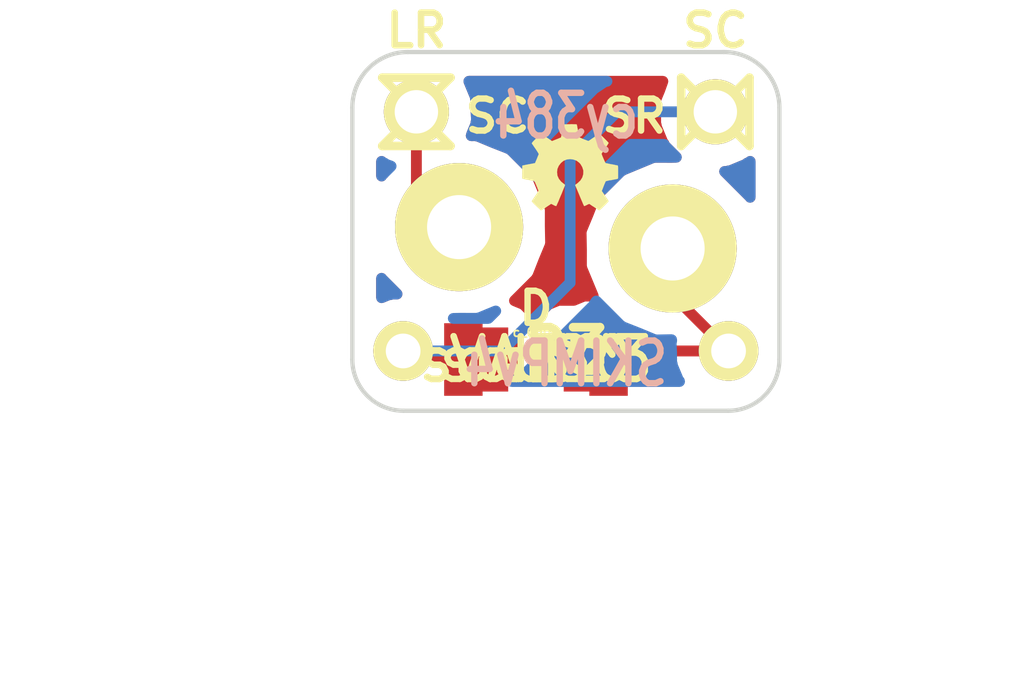
<source format=kicad_pcb>
(kicad_pcb (version 20171130) (host pcbnew 5.1.4+dfsg1-1)

  (general
    (thickness 1.6)
    (drawings 27)
    (tracks 13)
    (zones 0)
    (modules 9)
    (nets 1)
  )

  (page A3)
  (layers
    (0 F.Cu signal)
    (31 B.Cu signal)
    (32 B.Adhes user)
    (33 F.Adhes user)
    (34 B.Paste user)
    (35 F.Paste user)
    (36 B.SilkS user)
    (37 F.SilkS user)
    (38 B.Mask user)
    (39 F.Mask user)
    (40 Dwgs.User user)
    (41 Cmts.User user)
    (42 Eco1.User user)
    (43 Eco2.User user)
    (44 Edge.Cuts user)
  )

  (setup
    (last_trace_width 0.254)
    (trace_clearance 0.254)
    (zone_clearance 0.508)
    (zone_45_only no)
    (trace_min 0.254)
    (via_size 0.889)
    (via_drill 0.635)
    (via_min_size 0.889)
    (via_min_drill 0.508)
    (uvia_size 0.508)
    (uvia_drill 0.127)
    (uvias_allowed no)
    (uvia_min_size 0.508)
    (uvia_min_drill 0.127)
    (edge_width 0.1)
    (segment_width 0.1)
    (pcb_text_width 0.3)
    (pcb_text_size 1.5 1.5)
    (mod_edge_width 0.15)
    (mod_text_size 1 1)
    (mod_text_width 0.15)
    (pad_size 1.524 1.524)
    (pad_drill 1.016)
    (pad_to_mask_clearance 0)
    (aux_axis_origin 0 0)
    (visible_elements FFF9FFFF)
    (pcbplotparams
      (layerselection 0x00030_ffffffff)
      (usegerberextensions true)
      (usegerberattributes false)
      (usegerberadvancedattributes false)
      (creategerberjobfile false)
      (excludeedgelayer true)
      (linewidth 0.150000)
      (plotframeref false)
      (viasonmask false)
      (mode 1)
      (useauxorigin false)
      (hpglpennumber 1)
      (hpglpenspeed 20)
      (hpglpendiameter 15.000000)
      (psnegative false)
      (psa4output false)
      (plotreference false)
      (plotvalue false)
      (plotinvisibletext false)
      (padsonsilk false)
      (subtractmaskfromsilk false)
      (outputformat 1)
      (mirror false)
      (drillshape 0)
      (scaleselection 1)
      (outputdirectory "/home/palomides/Desktop/1key_weave_noled/"))
  )

  (net 0 "")

  (net_class Default "This is the default net class."
    (clearance 0.254)
    (trace_width 0.254)
    (via_dia 0.889)
    (via_drill 0.635)
    (uvia_dia 0.508)
    (uvia_drill 0.127)
  )

  (module SW_Matias_Quiet (layer F.Cu) (tedit 56888A89) (tstamp 5678C2DF)
    (at 211 129)
    (descr http://matias.ca/switches/quiet/)
    (tags "Matias, quiet, keyboard, key, switch")
    (fp_text reference "" (at 2.5 4) (layer F.SilkS)
      (effects (font (size 1 1) (thickness 0.15)))
    )
    (fp_text value "" (at 0 0) (layer F.SilkS)
      (effects (font (size 1.524 1.524) (thickness 0.15)))
    )
    (fp_line (start 0 0) (end 0 -0.5) (layer Cmts.User) (width 0.15))
    (fp_line (start 0 -0.5) (end 0 0.5) (layer Cmts.User) (width 0.15))
    (fp_line (start 0 0.5) (end 0 0) (layer Cmts.User) (width 0.15))
    (fp_line (start 0 0) (end 0.5 0) (layer Cmts.User) (width 0.15))
    (fp_line (start 0.5 0) (end -0.5 0) (layer Cmts.User) (width 0.15))
    (fp_line (start -0.5 0) (end 0 0) (layer Cmts.User) (width 0.15))
    (pad 1 thru_hole circle (at -2.5 -4.5) (size 3 3) (drill 1.5) (layers *.Cu *.Mask F.SilkS))
    (pad 2 thru_hole circle (at 2.5 -4) (size 3 3) (drill 1.5) (layers *.Cu *.Mask F.SilkS))
  )

  (module LOGO (layer F.Cu) (tedit 0) (tstamp 56BD1462)
    (at 211.1 123.1)
    (fp_text reference G*** (at 0 1.19126) (layer F.SilkS) hide
      (effects (font (size 0.1016 0.1016) (thickness 0.02032)))
    )
    (fp_text value LOGO (at 0 -1.19126) (layer F.SilkS) hide
      (effects (font (size 0.1016 0.1016) (thickness 0.02032)))
    )
    (fp_poly (pts (xy -0.68072 1.00838) (xy -0.66802 1.0033) (xy -0.64262 0.98552) (xy -0.60452 0.96266)
      (xy -0.56134 0.93218) (xy -0.51562 0.9017) (xy -0.48006 0.87884) (xy -0.45466 0.86106)
      (xy -0.4445 0.85598) (xy -0.43688 0.85852) (xy -0.41656 0.86868) (xy -0.38608 0.88392)
      (xy -0.3683 0.89408) (xy -0.34036 0.90424) (xy -0.32512 0.90678) (xy -0.32258 0.90424)
      (xy -0.31242 0.88138) (xy -0.29718 0.84582) (xy -0.27432 0.79756) (xy -0.25146 0.73914)
      (xy -0.22606 0.67818) (xy -0.19812 0.61468) (xy -0.17526 0.55626) (xy -0.1524 0.50038)
      (xy -0.13462 0.4572) (xy -0.12192 0.42672) (xy -0.11938 0.41402) (xy -0.11938 0.41148)
      (xy -0.13462 0.39624) (xy -0.15748 0.37846) (xy -0.21082 0.33528) (xy -0.26416 0.26924)
      (xy -0.29718 0.19558) (xy -0.30734 0.11176) (xy -0.29718 0.03556) (xy -0.2667 -0.03556)
      (xy -0.2159 -0.1016) (xy -0.15494 -0.1524) (xy -0.08128 -0.18288) (xy 0 -0.19304)
      (xy 0.0762 -0.18288) (xy 0.1524 -0.15494) (xy 0.21844 -0.10414) (xy 0.24638 -0.07112)
      (xy 0.28448 -0.00508) (xy 0.30734 0.06604) (xy 0.30988 0.08382) (xy 0.30734 0.16256)
      (xy 0.28448 0.23876) (xy 0.2413 0.30734) (xy 0.18288 0.36322) (xy 0.1778 0.3683)
      (xy 0.14986 0.38862) (xy 0.13208 0.40132) (xy 0.11684 0.41402) (xy 0.21844 0.65532)
      (xy 0.23368 0.69342) (xy 0.26162 0.75946) (xy 0.28702 0.81788) (xy 0.3048 0.86106)
      (xy 0.32004 0.89154) (xy 0.32512 0.90424) (xy 0.33528 0.90678) (xy 0.35306 0.89916)
      (xy 0.38608 0.88392) (xy 0.40894 0.87122) (xy 0.43434 0.86106) (xy 0.44704 0.85598)
      (xy 0.4572 0.86106) (xy 0.48006 0.8763) (xy 0.51562 0.9017) (xy 0.56134 0.92964)
      (xy 0.60198 0.95758) (xy 0.64008 0.98298) (xy 0.66802 1.00076) (xy 0.68072 1.00838)
      (xy 0.68326 1.00838) (xy 0.69342 1.00076) (xy 0.71628 0.98298) (xy 0.7493 0.9525)
      (xy 0.79502 0.90678) (xy 0.80264 0.89916) (xy 0.84074 0.86106) (xy 0.87122 0.82804)
      (xy 0.89408 0.80518) (xy 0.9017 0.79248) (xy 0.89408 0.77978) (xy 0.8763 0.75184)
      (xy 0.8509 0.71374) (xy 0.82042 0.66802) (xy 0.74168 0.55372) (xy 0.78486 0.44196)
      (xy 0.79756 0.40894) (xy 0.81534 0.3683) (xy 0.82804 0.33782) (xy 0.83566 0.32512)
      (xy 0.84582 0.32258) (xy 0.8763 0.31496) (xy 0.91948 0.3048) (xy 0.97282 0.29718)
      (xy 1.02108 0.28702) (xy 1.0668 0.2794) (xy 1.09982 0.27178) (xy 1.11252 0.26924)
      (xy 1.1176 0.2667) (xy 1.12014 0.25908) (xy 1.12268 0.24384) (xy 1.12268 0.21844)
      (xy 1.12268 0.17526) (xy 1.12268 0.11176) (xy 1.12268 0.10668) (xy 1.12268 0.04572)
      (xy 1.12268 0) (xy 1.12014 -0.02794) (xy 1.1176 -0.04064) (xy 1.1049 -0.04572)
      (xy 1.07188 -0.0508) (xy 1.0287 -0.06096) (xy 0.97536 -0.07112) (xy 0.97028 -0.07112)
      (xy 0.91694 -0.08128) (xy 0.87376 -0.09144) (xy 0.84328 -0.09652) (xy 0.82804 -0.1016)
      (xy 0.8255 -0.10668) (xy 0.81534 -0.127) (xy 0.8001 -0.16002) (xy 0.78232 -0.20066)
      (xy 0.76454 -0.2413) (xy 0.7493 -0.2794) (xy 0.73914 -0.30734) (xy 0.7366 -0.32004)
      (xy 0.74422 -0.33274) (xy 0.76454 -0.36068) (xy 0.78994 -0.39878) (xy 0.82042 -0.4445)
      (xy 0.82296 -0.44704) (xy 0.85344 -0.49276) (xy 0.87884 -0.53086) (xy 0.89408 -0.5588)
      (xy 0.9017 -0.56896) (xy 0.9017 -0.5715) (xy 0.89154 -0.5842) (xy 0.86868 -0.6096)
      (xy 0.83566 -0.64262) (xy 0.79502 -0.68326) (xy 0.78232 -0.69596) (xy 0.73914 -0.73914)
      (xy 0.70866 -0.76708) (xy 0.69088 -0.78232) (xy 0.68072 -0.78486) (xy 0.66802 -0.77724)
      (xy 0.63754 -0.75692) (xy 0.59944 -0.73152) (xy 0.55372 -0.70104) (xy 0.55118 -0.6985)
      (xy 0.50546 -0.66802) (xy 0.4699 -0.64262) (xy 0.44196 -0.62484) (xy 0.4318 -0.61722)
      (xy 0.42926 -0.61722) (xy 0.41148 -0.6223) (xy 0.37846 -0.635) (xy 0.33782 -0.65024)
      (xy 0.29718 -0.66548) (xy 0.25908 -0.68326) (xy 0.23114 -0.69596) (xy 0.21844 -0.70358)
      (xy 0.21336 -0.71882) (xy 0.20574 -0.75438) (xy 0.19558 -0.8001) (xy 0.18542 -0.85344)
      (xy 0.18288 -0.8636) (xy 0.17272 -0.91694) (xy 0.1651 -0.96266) (xy 0.15748 -0.99314)
      (xy 0.15494 -1.00584) (xy 0.14732 -1.00584) (xy 0.12192 -1.00838) (xy 0.08128 -1.00838)
      (xy 0.03302 -1.01092) (xy -0.01524 -1.00838) (xy -0.06604 -1.00838) (xy -0.10922 -1.00584)
      (xy -0.1397 -1.00584) (xy -0.1524 -1.0033) (xy -0.1524 -1.00076) (xy -0.15748 -0.98552)
      (xy -0.16256 -0.9525) (xy -0.17272 -0.90424) (xy -0.18288 -0.84836) (xy -0.18542 -0.84074)
      (xy -0.19558 -0.7874) (xy -0.20574 -0.74168) (xy -0.21082 -0.7112) (xy -0.21336 -0.70104)
      (xy -0.21844 -0.6985) (xy -0.2413 -0.68834) (xy -0.27686 -0.6731) (xy -0.32258 -0.65532)
      (xy -0.42418 -0.61468) (xy -0.55118 -0.70104) (xy -0.56134 -0.70866) (xy -0.60706 -0.73914)
      (xy -0.64516 -0.76454) (xy -0.67056 -0.77978) (xy -0.68072 -0.7874) (xy -0.68326 -0.7874)
      (xy -0.69596 -0.7747) (xy -0.72136 -0.75184) (xy -0.75438 -0.71882) (xy -0.79502 -0.67818)
      (xy -0.82296 -0.65024) (xy -0.85852 -0.61468) (xy -0.88138 -0.58928) (xy -0.89154 -0.57404)
      (xy -0.89662 -0.56642) (xy -0.89662 -0.5588) (xy -0.889 -0.5461) (xy -0.86868 -0.51816)
      (xy -0.84328 -0.48006) (xy -0.8128 -0.43688) (xy -0.7874 -0.39878) (xy -0.75946 -0.3556)
      (xy -0.74168 -0.32512) (xy -0.7366 -0.31242) (xy -0.7366 -0.3048) (xy -0.74676 -0.2794)
      (xy -0.762 -0.24384) (xy -0.77978 -0.19812) (xy -0.82296 -0.09906) (xy -0.889 -0.08636)
      (xy -0.92964 -0.07874) (xy -0.98552 -0.06858) (xy -1.03886 -0.05842) (xy -1.12014 -0.04064)
      (xy -1.12268 0.26162) (xy -1.10998 0.2667) (xy -1.09982 0.26924) (xy -1.0668 0.27686)
      (xy -1.02362 0.28702) (xy -0.97282 0.29464) (xy -0.9271 0.3048) (xy -0.88392 0.31242)
      (xy -0.8509 0.3175) (xy -0.8382 0.32258) (xy -0.83312 0.32512) (xy -0.82296 0.34798)
      (xy -0.80772 0.381) (xy -0.78994 0.42418) (xy -0.77216 0.46482) (xy -0.75692 0.50546)
      (xy -0.74422 0.53594) (xy -0.74168 0.55118) (xy -0.74676 0.56134) (xy -0.76454 0.58928)
      (xy -0.7874 0.62484) (xy -0.81788 0.67056) (xy -0.84836 0.71374) (xy -0.87376 0.75184)
      (xy -0.89154 0.77978) (xy -0.89916 0.79248) (xy -0.89662 0.8001) (xy -0.87884 0.82042)
      (xy -0.84582 0.85598) (xy -0.79502 0.90424) (xy -0.7874 0.91186) (xy -0.74676 0.94996)
      (xy -0.71374 0.98044) (xy -0.69088 1.00076) (xy -0.68072 1.00838)) (layer F.SilkS) (width 0.00254))
  )

  (module sod80 (layer F.Cu) (tedit 56789E2B) (tstamp 56888D9C)
    (at 210.3 127.6)
    (fp_text reference sod80 (at 0 0) (layer F.SilkS)
      (effects (font (size 1 1) (thickness 0.15)))
    )
    (fp_text value VAL** (at 0 0) (layer F.SilkS)
      (effects (font (size 1 1) (thickness 0.15)))
    )
    (pad 5 smd rect (at 1.7 0) (size 0.9 1.7) (layers F.Cu F.Paste F.Mask))
    (pad 6 smd rect (at -1.7 0) (size 0.9 1.7) (layers F.Cu F.Paste F.Mask))
  )

  (module sod323 (layer F.Cu) (tedit 56789A18) (tstamp 5679AAAF)
    (at 210.3 127.6)
    (fp_text reference sod323 (at 0 0) (layer F.SilkS)
      (effects (font (size 1 1) (thickness 0.15)))
    )
    (fp_text value VAL** (at 0 0) (layer F.SilkS)
      (effects (font (size 1 1) (thickness 0.15)))
    )
    (pad 3 smd rect (at 1.15 0) (size 1 1.5) (layers F.Cu F.Paste F.Mask))
    (pad 4 smd rect (at -1.15 0) (size 1 1.5) (layers F.Cu F.Paste F.Mask))
  )

  (module sod123 (layer F.Cu) (tedit 5678998F) (tstamp 5679AA91)
    (at 210.3 127.6)
    (fp_text reference sod123 (at 0 0) (layer F.SilkS)
      (effects (font (size 1 1) (thickness 0.15)))
    )
    (fp_text value VAL** (at 0 0) (layer F.SilkS)
      (effects (font (size 1 1) (thickness 0.15)))
    )
    (pad 1 smd rect (at 1.635 0) (size 0.91 1.22) (layers F.Cu F.Paste F.Mask))
    (pad 2 smd rect (at -1.635 0) (size 0.91 1.22) (layers F.Cu F.Paste F.Mask))
  )

  (module c_0603 (layer F.Cu) (tedit 56787CDC) (tstamp 56888DBF)
    (at 210.3 127.6)
    (descr "SMT capacitor, 0603")
    (fp_text reference c_0603 (at 0 -0.635) (layer F.SilkS)
      (effects (font (size 0.20066 0.20066) (thickness 0.04064)))
    )
    (fp_text value C*** (at 0 0.635) (layer F.SilkS) hide
      (effects (font (size 0.20066 0.20066) (thickness 0.04064)))
    )
    (pad 1 smd rect (at 0.75184 0) (size 0.89916 1.00076) (layers F.Cu F.Paste F.Mask))
    (pad 2 smd rect (at -0.75184 0) (size 0.89916 1.00076) (layers F.Cu F.Paste F.Mask))
    (model smd/capacitors/c_0603.wrl
      (at (xyz 0 0 0))
      (scale (xyz 1 1 1))
      (rotate (xyz 0 0 0))
    )
  )

  (module D3 (layer F.Cu) (tedit 56789064) (tstamp 56843C69)
    (at 211 127.4 180)
    (descr "Diode 3 pas")
    (tags "DIODE DEV")
    (fp_text reference R3 (at 0 0 180) (layer F.SilkS)
      (effects (font (size 1.016 1.016) (thickness 0.2032)))
    )
    (fp_text value R*** (at 0 0 180) (layer F.SilkS) hide
      (effects (font (size 1.016 1.016) (thickness 0.2032)))
    )
    (pad 2 thru_hole circle (at 3.81 0 180) (size 1.397 1.397) (drill 0.8128) (layers *.Cu *.Mask F.SilkS))
    (pad 1 thru_hole circle (at -3.81 0 180) (size 1.397 1.397) (drill 0.8128) (layers *.Cu *.Mask F.SilkS))
    (model discret/diode.wrl
      (at (xyz 0 0 0))
      (scale (xyz 0.3 0.3 0.3))
      (rotate (xyz 0 0 0))
    )
  )

  (module PIN_ARRAY_1 (layer F.Cu) (tedit 567877BE) (tstamp 567A4D69)
    (at 207.5 121.8)
    (descr "1 pin")
    (tags "CONN DEV")
    (fp_text reference LR (at 0 -1.905) (layer F.SilkS)
      (effects (font (size 0.762 0.762) (thickness 0.1524)))
    )
    (fp_text value "" (at 0 -1.905) (layer F.SilkS) hide
      (effects (font (size 0.762 0.762) (thickness 0.1524)))
    )
    (pad 1 thru_hole circle (at 0 0) (size 1.524 1.524) (drill 1.016) (layers *.Cu *.Mask F.SilkS))
    (model pin_array\pin_1.wrl
      (at (xyz 0 0 0))
      (scale (xyz 1 1 1))
      (rotate (xyz 0 0 0))
    )
  )

  (module PIN_ARRAY_1 (layer F.Cu) (tedit 567873B1) (tstamp 567A4B73)
    (at 214.5 121.8)
    (descr "1 pin")
    (tags "CONN DEV")
    (fp_text reference SC (at 0 -1.905) (layer F.SilkS)
      (effects (font (size 0.762 0.762) (thickness 0.1524)))
    )
    (fp_text value "" (at 0 -1.905) (layer F.SilkS) hide
      (effects (font (size 0.762 0.762) (thickness 0.1524)))
    )
    (pad 1 thru_hole circle (at 0 0) (size 1.524 1.524) (drill 1.016) (layers *.Cu *.Mask F.SilkS))
    (model pin_array\pin_1.wrl
      (at (xyz 0 0 0))
      (scale (xyz 1 1 1))
      (rotate (xyz 0 0 0))
    )
  )

  (gr_line (start 206 121.7) (end 206 127.6) (angle 90) (layer Edge.Cuts) (width 0.1))
  (gr_line (start 216 127.6) (end 216 121.7) (angle 90) (layer Edge.Cuts) (width 0.1))
  (gr_line (start 221.7 135.3) (end 197.8 135.3) (angle 90) (layer Cmts.User) (width 0.1))
  (gr_line (start 221.2 122.9) (end 199.1 122.9) (angle 90) (layer Cmts.User) (width 0.1))
  (gr_line (start 207.2 128.8) (end 214.8 128.8) (angle 90) (layer Edge.Cuts) (width 0.1))
  (gr_line (start 214.7 120.4) (end 207.3 120.4) (angle 90) (layer Edge.Cuts) (width 0.1))
  (gr_arc (start 207.2 127.6) (end 207.2 128.8) (angle 90) (layer Edge.Cuts) (width 0.1))
  (gr_arc (start 214.8 127.6) (end 216 127.6) (angle 90) (layer Edge.Cuts) (width 0.1))
  (gr_arc (start 214.7 121.7) (end 214.7 120.4) (angle 90) (layer Edge.Cuts) (width 0.1))
  (gr_arc (start 207.3 121.7) (end 206 121.7) (angle 90) (layer Edge.Cuts) (width 0.1))
  (gr_line (start 213.7 122.6) (end 214.5 121.8) (angle 90) (layer F.SilkS) (width 0.2))
  (gr_line (start 213.7 121) (end 213.7 122.6) (angle 90) (layer F.SilkS) (width 0.2))
  (gr_line (start 214.5 121.8) (end 213.7 121) (angle 90) (layer F.SilkS) (width 0.2))
  (gr_line (start 208.3 122.6) (end 207.5 121.8) (angle 90) (layer F.SilkS) (width 0.2))
  (gr_line (start 206.7 122.6) (end 208.3 122.6) (angle 90) (layer F.SilkS) (width 0.2))
  (gr_line (start 207.5 121.8) (end 206.7 122.6) (angle 90) (layer F.SilkS) (width 0.2))
  (gr_line (start 214.5 121.8) (end 215.3 121) (angle 90) (layer F.SilkS) (width 0.2))
  (gr_line (start 215.3 122.6) (end 214.5 121.8) (angle 90) (layer F.SilkS) (width 0.2))
  (gr_line (start 215.3 121) (end 215.3 122.6) (angle 90) (layer F.SilkS) (width 0.2))
  (gr_line (start 208.3 121) (end 207.5 121.8) (angle 90) (layer F.SilkS) (width 0.2))
  (gr_line (start 206.7 121) (end 208.3 121) (angle 90) (layer F.SilkS) (width 0.2))
  (gr_line (start 207.5 121.8) (end 206.7 121) (angle 90) (layer F.SilkS) (width 0.2))
  (gr_text SKIMPv4 (at 211 127.7) (layer B.SilkS)
    (effects (font (size 1 0.75) (thickness 0.15)) (justify mirror))
  )
  (gr_text D (at 210.3 126.4) (layer F.SilkS)
    (effects (font (size 0.75 0.75) (thickness 0.15)))
  )
  (gr_text SC (at 209.4 121.9) (layer F.SilkS)
    (effects (font (size 0.75 0.75) (thickness 0.15)))
  )
  (gr_text SR (at 212.6 121.9) (layer F.SilkS)
    (effects (font (size 0.75 0.75) (thickness 0.15)))
  )
  (gr_text cy384 (at 211 121.9) (layer B.SilkS)
    (effects (font (size 1 0.75) (thickness 0.15)) (justify mirror))
  )

  (segment (start 207.19 127.4) (end 209.5 127.4) (width 0.254) (layer B.Cu) (net 0) (status 400000))
  (segment (start 212.2 121.8) (end 214.5 121.8) (width 0.254) (layer B.Cu) (net 0) (tstamp 56BD2F29) (status 800000))
  (segment (start 211.1 122.9) (end 212.2 121.8) (width 0.254) (layer B.Cu) (net 0) (tstamp 56BD2F28))
  (segment (start 211.1 125.8) (end 211.1 122.9) (width 0.254) (layer B.Cu) (net 0) (tstamp 56BD2F26))
  (segment (start 209.5 127.4) (end 211.1 125.8) (width 0.254) (layer B.Cu) (net 0) (tstamp 56BD2F23))
  (segment (start 208.6 127.6) (end 207.39 127.6) (width 0.254) (layer F.Cu) (net 0) (status C00000))
  (segment (start 207.39 127.6) (end 207.19 127.4) (width 0.254) (layer F.Cu) (net 0) (tstamp 56BD2F20) (status C00000))
  (segment (start 214.81 127.4) (end 212.2 127.4) (width 0.254) (layer F.Cu) (net 0) (status C00000))
  (segment (start 212.2 127.4) (end 212 127.6) (width 0.254) (layer F.Cu) (net 0) (tstamp 56BD2F1D) (status C00000))
  (segment (start 213.5 125) (end 213.5 126.09) (width 0.254) (layer F.Cu) (net 0) (status C00000))
  (segment (start 213.5 126.09) (end 214.81 127.4) (width 0.254) (layer F.Cu) (net 0) (tstamp 56BD2F18) (status C00000))
  (segment (start 207.5 121.8) (end 207.5 123.5) (width 0.254) (layer F.Cu) (net 0) (status C00000))
  (segment (start 207.5 123.5) (end 208.5 124.5) (width 0.254) (layer F.Cu) (net 0) (tstamp 56BD2F13) (status C00000))

  (zone (net 0) (net_name "") (layer B.Cu) (tstamp 56BD2FDD) (hatch edge 0.508)
    (connect_pads (clearance 0.508))
    (min_thickness 0.254)
    (fill (arc_segments 16) (thermal_gap 0.508) (thermal_bridge_width 0.508))
    (polygon
      (pts
        (xy 216 128.8) (xy 206 128.8) (xy 206 120.4) (xy 216 120.4)
      )
    )
    (filled_polygon
      (pts
        (xy 206.908349 123.072161) (xy 206.691091 123.289041) (xy 206.685 123.303709) (xy 206.685 122.960958) (xy 206.70763 122.983628)
        (xy 206.764513 123.007247) (xy 206.768858 123.022396) (xy 206.908349 123.072161)
      )
    )
    (filled_polygon
      (pts
        (xy 207.04693 126.066375) (xy 206.925914 126.06627) (xy 206.890769 126.080791) (xy 206.852802 126.082854) (xy 206.685 126.152359)
        (xy 206.685 125.698167) (xy 206.68898 125.7078) (xy 207.04693 126.066375)
      )
    )
    (filled_polygon
      (pts
        (xy 209.35885 126.463519) (xy 209.184369 126.638) (xy 208.363368 126.638) (xy 208.519453 126.635017) (xy 208.922815 126.63537)
        (xy 208.943266 126.626919) (xy 208.965387 126.626497) (xy 209.35885 126.463519)
      )
    )
    (filled_polygon
      (pts
        (xy 211.963715 121.085) (xy 211.908395 121.096004) (xy 211.661184 121.261185) (xy 210.561185 122.361185) (xy 210.396004 122.608395)
        (xy 210.338 122.9) (xy 210.338 123.338119) (xy 210.332739 123.325418) (xy 210.322657 123.320364) (xy 210.31102 123.2922)
        (xy 209.710959 122.691091) (xy 209.680104 122.678279) (xy 209.674582 122.667261) (xy 209.299045 122.520049) (xy 208.926541 122.365372)
        (xy 208.904414 122.365352) (xy 208.883813 122.357277) (xy 208.783742 122.359189) (xy 208.803816 122.302923) (xy 208.896756 122.079099)
        (xy 208.896788 122.042326) (xy 208.909143 122.007696) (xy 208.897029 121.765685) (xy 208.897241 121.523339) (xy 208.883198 121.489352)
        (xy 208.88136 121.452631) (xy 208.729082 121.085) (xy 211.963715 121.085)
      )
    )
    (filled_polygon
      (pts
        (xy 213.587157 122.862945) (xy 213.480546 122.864982) (xy 213.077185 122.86463) (xy 213.056733 122.87308) (xy 213.034613 122.873503)
        (xy 212.325418 123.167261) (xy 212.320364 123.177342) (xy 212.2922 123.18898) (xy 211.862 123.618429) (xy 211.862 123.21563)
        (xy 212.51563 122.562) (xy 213.303296 122.562) (xy 213.314991 122.590303) (xy 213.587157 122.862945)
      )
    )
    (filled_polygon
      (pts
        (xy 213.662583 128.115) (xy 209.736284 128.115) (xy 209.791604 128.103996) (xy 209.791605 128.103996) (xy 210.038815 127.938815)
        (xy 211.638815 126.338816) (xy 211.638815 126.338815) (xy 211.71137 126.230229) (xy 212.289041 126.808909) (xy 212.319895 126.82172)
        (xy 212.325418 126.832739) (xy 212.700954 126.97995) (xy 213.073459 127.134628) (xy 213.095585 127.134647) (xy 213.116187 127.142723)
        (xy 213.476731 127.135833) (xy 213.476699 127.171613) (xy 213.464076 127.20748) (xy 213.476469 127.435606) (xy 213.47627 127.664086)
        (xy 213.490791 127.69923) (xy 213.492854 127.737198) (xy 213.640202 128.092928) (xy 213.655071 128.096818) (xy 213.662583 128.115)
      )
    )
    (filled_polygon
      (pts
        (xy 215.315 123.801832) (xy 215.31102 123.7922) (xy 214.717046 123.197188) (xy 214.776661 123.197241) (xy 214.810647 123.183198)
        (xy 214.847369 123.18136) (xy 215.231142 123.022396) (xy 215.235353 123.007713) (xy 215.290303 122.985009) (xy 215.315 122.960355)
        (xy 215.315 123.801832)
      )
    )
  )
  (zone (net 0) (net_name "") (layer F.Cu) (tstamp 56BD2FFC) (hatch edge 0.508)
    (connect_pads (clearance 0.508))
    (min_thickness 0.254)
    (fill (arc_segments 16) (thermal_gap 0.508) (thermal_bridge_width 0.508))
    (polygon
      (pts
        (xy 216 128.8) (xy 206 128.8) (xy 206 120.4) (xy 216 120.4)
      )
    )
    (filled_polygon
      (pts
        (xy 206.738 123.242213) (xy 206.691091 123.289041) (xy 206.685 123.303709) (xy 206.685 122.960958) (xy 206.70763 122.983628)
        (xy 206.738 122.996238) (xy 206.738 123.242213)
      )
    )
    (filled_polygon
      (pts
        (xy 207.04693 126.066375) (xy 206.925914 126.06627) (xy 206.890769 126.080791) (xy 206.852802 126.082854) (xy 206.685 126.152359)
        (xy 206.685 125.698167) (xy 206.68898 125.7078) (xy 207.04693 126.066375)
      )
    )
    (filled_polygon
      (pts
        (xy 213.587157 122.862945) (xy 213.480546 122.864982) (xy 213.077185 122.86463) (xy 213.056733 122.87308) (xy 213.034613 122.873503)
        (xy 212.325418 123.167261) (xy 212.320364 123.177342) (xy 212.2922 123.18898) (xy 211.691091 123.789041) (xy 211.678279 123.819895)
        (xy 211.667261 123.825418) (xy 211.520049 124.200954) (xy 211.365372 124.573459) (xy 211.365352 124.595585) (xy 211.357277 124.616187)
        (xy 211.364982 125.019453) (xy 211.36463 125.422815) (xy 211.37308 125.443266) (xy 211.373503 125.465387) (xy 211.642535 126.11489)
        (xy 211.424245 126.11489) (xy 211.190771 126.211359) (xy 211.187233 126.21489) (xy 210.824245 126.21489) (xy 210.590771 126.311359)
        (xy 210.411987 126.489832) (xy 210.411317 126.491444) (xy 210.3 126.53744) (xy 210.240574 126.512886) (xy 210.188915 126.491435)
        (xy 210.188641 126.490771) (xy 210.188233 126.490362) (xy 210.188013 126.489832) (xy 210.099013 126.400986) (xy 210.010168 126.311987)
        (xy 210.009637 126.311766) (xy 210.009229 126.311359) (xy 209.892834 126.263266) (xy 209.795941 126.223032) (xy 210.308909 125.710959)
        (xy 210.32172 125.680104) (xy 210.332739 125.674582) (xy 210.47995 125.299045) (xy 210.634628 124.926541) (xy 210.634647 124.904414)
        (xy 210.642723 124.883813) (xy 210.635017 124.480546) (xy 210.63537 124.077185) (xy 210.626919 124.056733) (xy 210.626497 124.034613)
        (xy 210.332739 123.325418) (xy 210.322657 123.320364) (xy 210.31102 123.2922) (xy 209.710959 122.691091) (xy 209.680104 122.678279)
        (xy 209.674582 122.667261) (xy 209.299045 122.520049) (xy 208.926541 122.365372) (xy 208.904414 122.365352) (xy 208.883813 122.357277)
        (xy 208.783742 122.359189) (xy 208.803816 122.302923) (xy 208.896756 122.079099) (xy 208.896788 122.042326) (xy 208.909143 122.007696)
        (xy 208.897029 121.765685) (xy 208.897241 121.523339) (xy 208.883198 121.489352) (xy 208.88136 121.452631) (xy 208.729082 121.085)
        (xy 213.271845 121.085) (xy 213.196183 121.297076) (xy 213.103244 121.520901) (xy 213.103211 121.557673) (xy 213.090857 121.592304)
        (xy 213.10297 121.834314) (xy 213.102759 122.076661) (xy 213.116801 122.110647) (xy 213.11864 122.147369) (xy 213.277604 122.531142)
        (xy 213.292286 122.535353) (xy 213.314991 122.590303) (xy 213.587157 122.862945)
      )
    )
    (filled_polygon
      (pts
        (xy 215.315 123.801832) (xy 215.31102 123.7922) (xy 214.717046 123.197188) (xy 214.776661 123.197241) (xy 214.810647 123.183198)
        (xy 214.847369 123.18136) (xy 215.231142 123.022396) (xy 215.235353 123.007713) (xy 215.290303 122.985009) (xy 215.315 122.960355)
        (xy 215.315 123.801832)
      )
    )
  )
)

</source>
